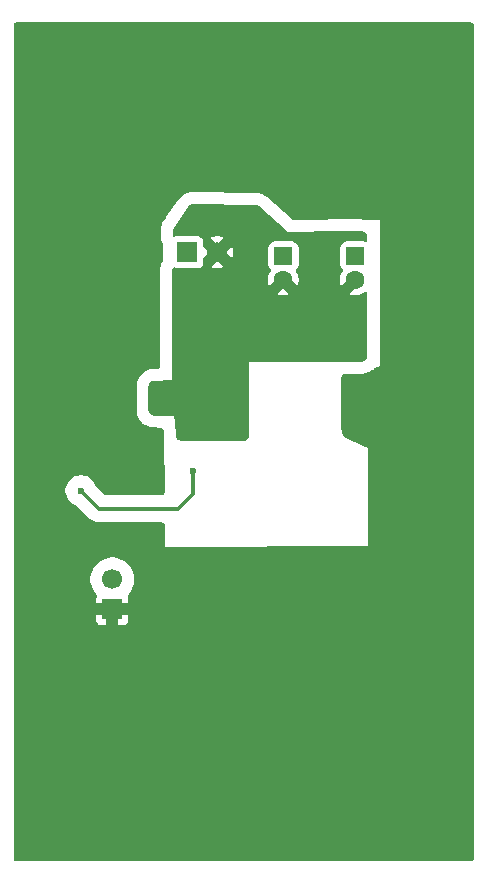
<source format=gbl>
%TF.GenerationSoftware,KiCad,Pcbnew,9.0.6*%
%TF.CreationDate,2025-11-23T20:43:56-05:00*%
%TF.ProjectId,5013-5v,35303133-2d35-4762-9e6b-696361645f70,rev?*%
%TF.SameCoordinates,Original*%
%TF.FileFunction,Copper,L2,Bot*%
%TF.FilePolarity,Positive*%
%FSLAX46Y46*%
G04 Gerber Fmt 4.6, Leading zero omitted, Abs format (unit mm)*
G04 Created by KiCad (PCBNEW 9.0.6) date 2025-11-23 20:43:56*
%MOMM*%
%LPD*%
G01*
G04 APERTURE LIST*
G04 Aperture macros list*
%AMRoundRect*
0 Rectangle with rounded corners*
0 $1 Rounding radius*
0 $2 $3 $4 $5 $6 $7 $8 $9 X,Y pos of 4 corners*
0 Add a 4 corners polygon primitive as box body*
4,1,4,$2,$3,$4,$5,$6,$7,$8,$9,$2,$3,0*
0 Add four circle primitives for the rounded corners*
1,1,$1+$1,$2,$3*
1,1,$1+$1,$4,$5*
1,1,$1+$1,$6,$7*
1,1,$1+$1,$8,$9*
0 Add four rect primitives between the rounded corners*
20,1,$1+$1,$2,$3,$4,$5,0*
20,1,$1+$1,$4,$5,$6,$7,0*
20,1,$1+$1,$6,$7,$8,$9,0*
20,1,$1+$1,$8,$9,$2,$3,0*%
G04 Aperture macros list end*
%TA.AperFunction,ComponentPad*%
%ADD10RoundRect,0.250000X-0.550000X0.550000X-0.550000X-0.550000X0.550000X-0.550000X0.550000X0.550000X0*%
%TD*%
%TA.AperFunction,ComponentPad*%
%ADD11C,1.600000*%
%TD*%
%TA.AperFunction,ComponentPad*%
%ADD12R,1.700000X1.700000*%
%TD*%
%TA.AperFunction,ComponentPad*%
%ADD13C,1.700000*%
%TD*%
%TA.AperFunction,ViaPad*%
%ADD14C,0.600000*%
%TD*%
%TA.AperFunction,Conductor*%
%ADD15C,0.325000*%
%TD*%
G04 APERTURE END LIST*
D10*
%TO.P,C9,1*%
%TO.N,/Vin*%
X143441000Y-82110388D03*
D11*
%TO.P,C9,2*%
%TO.N,GND1*%
X143441000Y-84110388D03*
%TD*%
D12*
%TO.P,Vin,1,Pin_1*%
%TO.N,/Vin*%
X129212000Y-81757500D03*
D13*
%TO.P,Vin,2,Pin_2*%
%TO.N,GND1*%
X131752000Y-81757500D03*
%TD*%
D12*
%TO.P,Vout,1,Pin_1*%
%TO.N,GND*%
X122867000Y-111983500D03*
D13*
%TO.P,Vout,2,Pin_2*%
%TO.N,/Vout*%
X122867000Y-109443500D03*
%TD*%
D10*
%TO.P,C8,1*%
%TO.N,/Vin*%
X137345000Y-82110387D03*
D11*
%TO.P,C8,2*%
%TO.N,GND1*%
X137345000Y-84110387D03*
%TD*%
D14*
%TO.N,GND*%
X126211000Y-85687500D03*
X126211000Y-89687500D03*
X124011000Y-94811500D03*
X133211000Y-76287500D03*
X124011000Y-93287500D03*
X144011000Y-78087500D03*
X126211000Y-79687500D03*
X126211000Y-80687500D03*
X143411000Y-115487500D03*
X126811000Y-115487500D03*
X143838000Y-94200000D03*
X143100000Y-95762000D03*
X139011000Y-78087500D03*
X126211000Y-78687500D03*
X147811000Y-112487500D03*
X124011000Y-95725500D03*
X133811000Y-115487500D03*
X130211000Y-76287500D03*
X140411000Y-115487500D03*
X123811000Y-115487500D03*
X132811000Y-115487500D03*
X147811000Y-107487500D03*
X126211000Y-84687500D03*
X147811000Y-105487500D03*
X132211000Y-76287500D03*
X126211000Y-90687500D03*
X126211000Y-82687500D03*
X131811000Y-115487500D03*
X147811000Y-111487500D03*
X124011000Y-94049500D03*
X126211000Y-77687500D03*
X147811000Y-108487500D03*
X145200000Y-92762000D03*
X128811000Y-115487500D03*
X124011000Y-96487500D03*
X126211000Y-88687500D03*
X142011000Y-78087500D03*
X147811000Y-100487500D03*
X143100000Y-95000000D03*
X141011000Y-78087500D03*
X131211000Y-76287500D03*
X125811000Y-115487500D03*
X129811000Y-115487500D03*
X134211000Y-76287500D03*
X147811000Y-109487500D03*
X147811000Y-102487500D03*
X138411000Y-115487500D03*
X143076000Y-94200000D03*
X147811000Y-110487500D03*
X145200000Y-92000000D03*
X135211000Y-76287500D03*
X129211000Y-76287500D03*
X127811000Y-115487500D03*
X144600000Y-94200000D03*
X121811000Y-115487500D03*
X142411000Y-115487500D03*
X124011000Y-97249500D03*
X122811000Y-115487500D03*
X126211000Y-86687500D03*
X143100000Y-96524000D03*
X137411000Y-115487500D03*
X126211000Y-87687500D03*
X141411000Y-115487500D03*
X139411000Y-115487500D03*
X126211000Y-81687500D03*
X143011000Y-78087500D03*
X147811000Y-106487500D03*
X147811000Y-104487500D03*
X147811000Y-103487500D03*
X147811000Y-101487500D03*
X140011000Y-78087500D03*
X124811000Y-115487500D03*
X130811000Y-115487500D03*
X147811000Y-99487500D03*
X120811000Y-115487500D03*
X138011000Y-78087500D03*
X145200000Y-93524000D03*
X126211000Y-83687500D03*
%TO.N,Net-(IC1-PGOOD)*%
X129725000Y-100299500D03*
X120200000Y-101935500D03*
%TO.N,GND1*%
X131190000Y-89300000D03*
X134050000Y-82530000D03*
X133662000Y-92552500D03*
X129211000Y-96849500D03*
X134200000Y-89740000D03*
X134200000Y-90375000D03*
X141712000Y-86202500D03*
X132200000Y-84043500D03*
X127460000Y-94380000D03*
X139765000Y-83780000D03*
X131190000Y-90100000D03*
X142000000Y-88470000D03*
X136378000Y-86202500D03*
X134200000Y-89105000D03*
X142000000Y-87835000D03*
X134050000Y-80906000D03*
X131190000Y-86176000D03*
X142000000Y-89105000D03*
X129211000Y-95198500D03*
X131376000Y-84043500D03*
X139025000Y-90405500D03*
X134600000Y-86202500D03*
X142000000Y-90375000D03*
X131190000Y-90870000D03*
X140400000Y-83780000D03*
X139934000Y-86202500D03*
X139045000Y-86202500D03*
X143435000Y-88400000D03*
X129211000Y-96087500D03*
X132900000Y-94838500D03*
X134200000Y-87200000D03*
X133662000Y-97124500D03*
X133662000Y-93568500D03*
X131190000Y-85376000D03*
X142000000Y-89740000D03*
X134050000Y-81706000D03*
X132900000Y-96616500D03*
X133662000Y-96235500D03*
X140823000Y-86202500D03*
X135489000Y-86202500D03*
X127460000Y-95050000D03*
X138156000Y-86202500D03*
X139914000Y-90405500D03*
X131811000Y-96849500D03*
X141035000Y-83780000D03*
X140803000Y-90405500D03*
X134200000Y-87835000D03*
X132900000Y-95727500D03*
X136358000Y-90405500D03*
X138136000Y-90405500D03*
X135469000Y-90405500D03*
X137267000Y-86202500D03*
X142800000Y-88400000D03*
X131190000Y-87000000D03*
X133662000Y-95346500D03*
X142000000Y-87200000D03*
X133000000Y-84043500D03*
X131811000Y-95198500D03*
X133662000Y-94457500D03*
X134200000Y-88470000D03*
X144070000Y-88400000D03*
X137247000Y-90405500D03*
X131811000Y-96087500D03*
%TD*%
D15*
%TO.N,Net-(IC1-PGOOD)*%
X129725000Y-102204500D02*
X129725000Y-100299500D01*
X128455000Y-103474500D02*
X129725000Y-102204500D01*
X120200000Y-101935500D02*
X121739000Y-103474500D01*
X121739000Y-103474500D02*
X128455000Y-103474500D01*
%TD*%
%TA.AperFunction,Conductor*%
%TO.N,GND*%
G36*
X153345788Y-62319454D02*
G01*
X153426570Y-62373430D01*
X153480546Y-62454212D01*
X153499500Y-62549500D01*
X153499500Y-133050500D01*
X153480546Y-133145788D01*
X153426570Y-133226570D01*
X153345788Y-133280546D01*
X153250500Y-133299500D01*
X114749500Y-133299500D01*
X114654212Y-133280546D01*
X114573430Y-133226570D01*
X114519454Y-133145788D01*
X114500500Y-133050500D01*
X114500500Y-112483501D01*
X121517000Y-112483501D01*
X121517000Y-112881332D01*
X121523401Y-112940871D01*
X121523403Y-112940878D01*
X121573646Y-113075587D01*
X121659810Y-113190687D01*
X121659812Y-113190689D01*
X121774912Y-113276853D01*
X121909621Y-113327096D01*
X121909628Y-113327098D01*
X121969167Y-113333499D01*
X121969175Y-113333500D01*
X122366999Y-113333500D01*
X122367000Y-113333499D01*
X122367000Y-112483501D01*
X123367000Y-112483501D01*
X123367000Y-113333499D01*
X123367001Y-113333500D01*
X123764825Y-113333500D01*
X123764832Y-113333499D01*
X123824371Y-113327098D01*
X123824378Y-113327096D01*
X123959087Y-113276853D01*
X124074187Y-113190689D01*
X124074189Y-113190687D01*
X124160353Y-113075587D01*
X124210596Y-112940878D01*
X124210598Y-112940871D01*
X124216999Y-112881332D01*
X124217000Y-112881325D01*
X124217000Y-112483501D01*
X124216999Y-112483500D01*
X123367001Y-112483500D01*
X123367000Y-112483501D01*
X122367000Y-112483501D01*
X122366999Y-112483500D01*
X121517001Y-112483500D01*
X121517000Y-112483501D01*
X114500500Y-112483501D01*
X114500500Y-109322212D01*
X121016500Y-109322212D01*
X121016500Y-109564787D01*
X121048162Y-109805290D01*
X121048163Y-109805295D01*
X121110940Y-110039582D01*
X121110948Y-110039605D01*
X121203770Y-110263701D01*
X121203778Y-110263717D01*
X121325058Y-110473779D01*
X121325064Y-110473789D01*
X121472729Y-110666231D01*
X121472733Y-110666235D01*
X121472733Y-110666236D01*
X121472738Y-110666241D01*
X121494250Y-110687753D01*
X121548226Y-110768535D01*
X121567180Y-110863823D01*
X121551481Y-110950837D01*
X121523404Y-111026115D01*
X121523401Y-111026128D01*
X121517000Y-111085667D01*
X121517000Y-111483499D01*
X121517001Y-111483500D01*
X122801174Y-111483500D01*
X122674007Y-111517575D01*
X122559993Y-111583401D01*
X122466901Y-111676493D01*
X122401075Y-111790507D01*
X122367000Y-111917674D01*
X122367000Y-112049326D01*
X122401075Y-112176493D01*
X122466901Y-112290507D01*
X122559993Y-112383599D01*
X122674007Y-112449425D01*
X122801174Y-112483500D01*
X122932826Y-112483500D01*
X123059993Y-112449425D01*
X123174007Y-112383599D01*
X123267099Y-112290507D01*
X123332925Y-112176493D01*
X123367000Y-112049326D01*
X123367000Y-111917674D01*
X123332925Y-111790507D01*
X123267099Y-111676493D01*
X123174007Y-111583401D01*
X123059993Y-111517575D01*
X122932826Y-111483500D01*
X124216999Y-111483500D01*
X124217000Y-111483499D01*
X124217000Y-111085675D01*
X124216999Y-111085667D01*
X124210598Y-111026128D01*
X124210596Y-111026120D01*
X124182518Y-110950840D01*
X124166977Y-110854936D01*
X124189319Y-110760385D01*
X124239750Y-110687752D01*
X124261265Y-110666238D01*
X124408936Y-110473789D01*
X124530224Y-110263712D01*
X124623054Y-110039600D01*
X124685838Y-109805289D01*
X124717500Y-109564788D01*
X124717500Y-109322212D01*
X124685838Y-109081711D01*
X124623054Y-108847400D01*
X124588242Y-108763358D01*
X124530229Y-108623298D01*
X124530221Y-108623282D01*
X124408941Y-108413220D01*
X124408935Y-108413210D01*
X124261270Y-108220768D01*
X124261261Y-108220758D01*
X124089741Y-108049238D01*
X124089731Y-108049229D01*
X123897289Y-107901564D01*
X123897279Y-107901558D01*
X123687217Y-107780278D01*
X123687201Y-107780270D01*
X123463105Y-107687448D01*
X123463103Y-107687447D01*
X123463100Y-107687446D01*
X123463096Y-107687445D01*
X123463082Y-107687440D01*
X123228795Y-107624663D01*
X123228790Y-107624662D01*
X122988288Y-107593000D01*
X122745712Y-107593000D01*
X122505209Y-107624662D01*
X122505204Y-107624663D01*
X122270917Y-107687440D01*
X122270894Y-107687448D01*
X122046798Y-107780270D01*
X122046782Y-107780278D01*
X121836720Y-107901558D01*
X121836710Y-107901564D01*
X121644268Y-108049229D01*
X121644258Y-108049238D01*
X121472738Y-108220758D01*
X121472729Y-108220768D01*
X121325064Y-108413210D01*
X121325058Y-108413220D01*
X121203778Y-108623282D01*
X121203770Y-108623298D01*
X121110948Y-108847394D01*
X121110940Y-108847417D01*
X121048163Y-109081704D01*
X121048162Y-109081709D01*
X121016500Y-109322212D01*
X114500500Y-109322212D01*
X114500500Y-101833138D01*
X118899500Y-101833138D01*
X118899500Y-102037861D01*
X118931522Y-102240031D01*
X118994778Y-102434714D01*
X118994782Y-102434724D01*
X119087711Y-102617107D01*
X119087713Y-102617110D01*
X119208034Y-102782719D01*
X119352781Y-102927466D01*
X119518390Y-103047787D01*
X119700781Y-103140720D01*
X119732374Y-103150985D01*
X119817138Y-103198455D01*
X119831497Y-103211727D01*
X120981357Y-104361587D01*
X120981360Y-104361589D01*
X120981362Y-104361591D01*
X121129450Y-104469184D01*
X121129452Y-104469185D01*
X121129455Y-104469187D01*
X121292563Y-104552294D01*
X121466664Y-104608864D01*
X121647470Y-104637500D01*
X121647474Y-104637500D01*
X127066244Y-104637500D01*
X127161532Y-104656454D01*
X127242314Y-104710430D01*
X127296290Y-104791212D01*
X127315236Y-104884508D01*
X127321302Y-105642828D01*
X127329999Y-106729999D01*
X127329999Y-106729998D01*
X127330000Y-106730000D01*
X128306834Y-106724876D01*
X128306841Y-106724876D01*
X128327232Y-106724769D01*
X128327235Y-106724770D01*
X143492839Y-106645230D01*
X143492839Y-106645229D01*
X143541999Y-106644972D01*
X143542028Y-106644971D01*
X144490000Y-106640000D01*
X144470000Y-98360000D01*
X143898243Y-98090233D01*
X143898240Y-98090231D01*
X142847456Y-97594449D01*
X142826818Y-97583499D01*
X142695771Y-97505884D01*
X142658019Y-97478441D01*
X142552568Y-97385499D01*
X142520598Y-97351490D01*
X142434345Y-97240500D01*
X142409286Y-97201125D01*
X142345258Y-97075983D01*
X142327986Y-97032622D01*
X142288437Y-96897730D01*
X142279564Y-96851922D01*
X142264738Y-96700308D01*
X142263559Y-96677002D01*
X142248585Y-92533721D01*
X142249639Y-92509916D01*
X142263934Y-92355198D01*
X142272823Y-92308447D01*
X142300553Y-92213313D01*
X142345416Y-92127140D01*
X142419842Y-92064692D01*
X142512501Y-92035479D01*
X142539603Y-92034000D01*
X143948861Y-92034000D01*
X143948874Y-92034000D01*
X144014652Y-92031846D01*
X144030836Y-92030785D01*
X144096308Y-92024336D01*
X144201474Y-92010490D01*
X144330467Y-91984831D01*
X144361734Y-91976453D01*
X144486278Y-91934176D01*
X144576705Y-91896720D01*
X144694671Y-91838546D01*
X144722704Y-91822361D01*
X144832061Y-91749290D01*
X144909711Y-91689707D01*
X145008597Y-91602987D01*
X145031487Y-91580097D01*
X145087425Y-91516310D01*
X145164501Y-91457168D01*
X145258346Y-91432021D01*
X145263982Y-91431716D01*
X145540000Y-91420000D01*
X145500000Y-79020000D01*
X144353111Y-79025965D01*
X144304860Y-79021500D01*
X144264192Y-79013690D01*
X144191408Y-78999713D01*
X144085635Y-78986533D01*
X144019825Y-78980521D01*
X144003552Y-78979573D01*
X143937468Y-78977899D01*
X138253236Y-79020892D01*
X138157807Y-79002659D01*
X138086326Y-78958358D01*
X135981598Y-77095552D01*
X135935638Y-77057252D01*
X135924050Y-77048166D01*
X135924045Y-77048162D01*
X135924037Y-77048156D01*
X135875879Y-77012655D01*
X135868055Y-77007239D01*
X135796524Y-76957723D01*
X135694347Y-76895640D01*
X135694345Y-76895639D01*
X135694332Y-76895631D01*
X135668306Y-76881866D01*
X135625919Y-76862581D01*
X135559463Y-76832345D01*
X135559442Y-76832336D01*
X135559443Y-76832336D01*
X135559440Y-76832335D01*
X135517873Y-76816333D01*
X135476305Y-76800331D01*
X135362329Y-76764076D01*
X135333811Y-76756842D01*
X135216353Y-76734379D01*
X135216354Y-76734379D01*
X135216346Y-76734377D01*
X135216341Y-76734377D01*
X135120618Y-76721916D01*
X135061167Y-76715967D01*
X135058974Y-76715813D01*
X135046471Y-76714936D01*
X134986640Y-76712527D01*
X129718553Y-76657460D01*
X129649505Y-76659569D01*
X129636188Y-76659976D01*
X129627191Y-76660620D01*
X129615941Y-76661426D01*
X129534063Y-76670676D01*
X129403111Y-76690935D01*
X129242996Y-76729347D01*
X129242966Y-76729355D01*
X129204566Y-76741971D01*
X129204557Y-76741974D01*
X129052843Y-76806010D01*
X128944542Y-76862581D01*
X128822431Y-76937915D01*
X128793797Y-76958538D01*
X128775224Y-76972241D01*
X128760659Y-76985769D01*
X128756746Y-76989326D01*
X128650000Y-77084322D01*
X128558551Y-77180240D01*
X128504215Y-77242121D01*
X128491431Y-77257942D01*
X128442322Y-77324094D01*
X127446392Y-78787355D01*
X127438619Y-78798145D01*
X127398992Y-78850161D01*
X127377046Y-78878969D01*
X127110000Y-79229498D01*
X127109999Y-79229501D01*
X127110273Y-79263681D01*
X127092666Y-79357661D01*
X127037071Y-79497499D01*
X127026232Y-79531889D01*
X127026225Y-79531917D01*
X126992442Y-79674727D01*
X126973682Y-79791542D01*
X126964691Y-79864457D01*
X126963135Y-79882477D01*
X126959495Y-79955785D01*
X126954587Y-80329863D01*
X126959577Y-80443957D01*
X126962400Y-80471943D01*
X126962401Y-80471948D01*
X127001373Y-80665378D01*
X127001374Y-80665380D01*
X127080308Y-80852893D01*
X127080312Y-80852901D01*
X127080318Y-80852913D01*
X127093674Y-80877374D01*
X127122702Y-80970091D01*
X127124120Y-80994707D01*
X127135778Y-82451832D01*
X127117587Y-82547269D01*
X127093831Y-82592147D01*
X127072186Y-82624544D01*
X127072186Y-82624545D01*
X126995534Y-82813001D01*
X126975892Y-82880052D01*
X126955793Y-82960955D01*
X126935343Y-83163369D01*
X126935343Y-83163381D01*
X126936746Y-85316135D01*
X126940685Y-91361514D01*
X126921793Y-91456814D01*
X126867869Y-91537631D01*
X126787123Y-91591660D01*
X126692914Y-91610673D01*
X126420678Y-91612016D01*
X126355235Y-91614472D01*
X126339110Y-91615604D01*
X126306422Y-91618975D01*
X126273741Y-91622345D01*
X126168959Y-91636624D01*
X126168949Y-91636625D01*
X126168931Y-91636629D01*
X126040486Y-91662758D01*
X126040483Y-91662759D01*
X126009348Y-91671239D01*
X126009337Y-91671242D01*
X126009336Y-91671243D01*
X125885380Y-91713862D01*
X125885374Y-91713864D01*
X125885355Y-91713871D01*
X125795407Y-91751518D01*
X125795369Y-91751535D01*
X125677997Y-91809925D01*
X125650127Y-91826137D01*
X125650110Y-91826148D01*
X125541299Y-91899337D01*
X125464045Y-91958970D01*
X125464035Y-91958978D01*
X125365693Y-92045688D01*
X125365684Y-92045697D01*
X125342952Y-92068542D01*
X125342935Y-92068561D01*
X125256728Y-92167313D01*
X125256721Y-92167321D01*
X125197473Y-92244864D01*
X125124835Y-92354013D01*
X125124815Y-92354045D01*
X125108758Y-92381964D01*
X125050942Y-92499630D01*
X125013703Y-92589845D01*
X124971684Y-92714046D01*
X124963361Y-92745213D01*
X124937860Y-92873831D01*
X124924104Y-92978656D01*
X124917692Y-93043962D01*
X124916639Y-93060086D01*
X124914500Y-93125657D01*
X124914500Y-95073042D01*
X124917422Y-95149656D01*
X124918860Y-95168478D01*
X124927600Y-95244567D01*
X124927603Y-95244586D01*
X124946338Y-95366512D01*
X124981068Y-95515703D01*
X124992376Y-95551626D01*
X125049355Y-95693794D01*
X125099604Y-95795874D01*
X125099610Y-95795886D01*
X125151542Y-95883780D01*
X125177510Y-95927732D01*
X125199081Y-95958603D01*
X125199088Y-95958611D01*
X125199088Y-95958612D01*
X125296110Y-96077100D01*
X125296118Y-96077109D01*
X125374697Y-96159395D01*
X125405661Y-96187227D01*
X125488624Y-96261799D01*
X125513222Y-96280730D01*
X125518476Y-96284774D01*
X125518477Y-96284774D01*
X125646614Y-96368672D01*
X125746268Y-96423563D01*
X125885665Y-96487026D01*
X125921035Y-96499977D01*
X125921048Y-96499980D01*
X125921049Y-96499981D01*
X126068419Y-96541525D01*
X126068435Y-96541528D01*
X126068451Y-96541533D01*
X126189386Y-96565862D01*
X126265041Y-96578102D01*
X126283788Y-96580406D01*
X126329144Y-96584232D01*
X126360149Y-96586849D01*
X126961058Y-96614541D01*
X127055372Y-96637861D01*
X127133583Y-96695499D01*
X127183784Y-96778680D01*
X127197359Y-96838494D01*
X127248920Y-97353977D01*
X127253196Y-97385166D01*
X127255495Y-97416993D01*
X127292644Y-102060508D01*
X127274453Y-102155945D01*
X127221124Y-102237155D01*
X127140777Y-102291776D01*
X127045644Y-102311492D01*
X127043652Y-102311500D01*
X122323870Y-102311500D01*
X122228582Y-102292546D01*
X122147800Y-102238570D01*
X121476227Y-101566997D01*
X121422251Y-101486215D01*
X121415490Y-101467891D01*
X121405220Y-101436281D01*
X121312287Y-101253890D01*
X121191966Y-101088281D01*
X121047219Y-100943534D01*
X120881610Y-100823213D01*
X120881609Y-100823212D01*
X120881607Y-100823211D01*
X120699224Y-100730282D01*
X120699214Y-100730278D01*
X120504531Y-100667022D01*
X120302361Y-100635000D01*
X120302352Y-100635000D01*
X120097648Y-100635000D01*
X120097638Y-100635000D01*
X119895468Y-100667022D01*
X119700785Y-100730278D01*
X119700775Y-100730282D01*
X119518392Y-100823211D01*
X119352779Y-100943535D01*
X119208035Y-101088279D01*
X119087711Y-101253892D01*
X118994782Y-101436275D01*
X118994778Y-101436285D01*
X118931522Y-101630968D01*
X118899500Y-101833138D01*
X114500500Y-101833138D01*
X114500500Y-62549500D01*
X114519454Y-62454212D01*
X114573430Y-62373430D01*
X114654212Y-62319454D01*
X114749500Y-62300500D01*
X153250500Y-62300500D01*
X153345788Y-62319454D01*
G37*
%TD.AperFunction*%
%TD*%
%TA.AperFunction,Conductor*%
%TO.N,GND1*%
G36*
X134976133Y-77717973D02*
G01*
X134990819Y-77719003D01*
X135086542Y-77731464D01*
X135115071Y-77738702D01*
X135198204Y-77770705D01*
X135224230Y-77784470D01*
X135303586Y-77839402D01*
X135315191Y-77848502D01*
X137780000Y-80030000D01*
X137963801Y-80028609D01*
X137963820Y-80028610D01*
X137971645Y-80028550D01*
X137971646Y-80028551D01*
X141920912Y-79998681D01*
X143945062Y-79983371D01*
X143961311Y-79984318D01*
X144067081Y-79997498D01*
X144098549Y-80005717D01*
X144189622Y-80042836D01*
X144217871Y-80058955D01*
X144296157Y-80118480D01*
X144319240Y-80141390D01*
X144379354Y-80219223D01*
X144395688Y-80247351D01*
X144433492Y-80338134D01*
X144441950Y-80369538D01*
X144455929Y-80475199D01*
X144457000Y-80491463D01*
X144457000Y-80752454D01*
X144437315Y-80819493D01*
X144384511Y-80865248D01*
X144315353Y-80875192D01*
X144293996Y-80870160D01*
X144255847Y-80857518D01*
X144143797Y-80820389D01*
X144143795Y-80820388D01*
X144041010Y-80809888D01*
X142840998Y-80809888D01*
X142840981Y-80809889D01*
X142738203Y-80820388D01*
X142738200Y-80820389D01*
X142571668Y-80875573D01*
X142571663Y-80875575D01*
X142422342Y-80967677D01*
X142298289Y-81091730D01*
X142206187Y-81241051D01*
X142206186Y-81241055D01*
X142151001Y-81407591D01*
X142151001Y-81407592D01*
X142151000Y-81407592D01*
X142140500Y-81510371D01*
X142140500Y-82710389D01*
X142140501Y-82710406D01*
X142151000Y-82813184D01*
X142151001Y-82813187D01*
X142163144Y-82849831D01*
X142206186Y-82979722D01*
X142298287Y-83129043D01*
X142298289Y-83129045D01*
X142367510Y-83198266D01*
X142400995Y-83259589D01*
X142396011Y-83329281D01*
X142380148Y-83358832D01*
X142329139Y-83429039D01*
X142236244Y-83611356D01*
X142173009Y-83805970D01*
X142141000Y-84008070D01*
X142141000Y-84212705D01*
X142173010Y-84414806D01*
X142173010Y-84414809D01*
X142235904Y-84608375D01*
X142999765Y-83844515D01*
X143061088Y-83811030D01*
X143130780Y-83816014D01*
X143154465Y-83831236D01*
X143120920Y-83864782D01*
X143068259Y-83955994D01*
X143041000Y-84057727D01*
X143041000Y-84163049D01*
X143068259Y-84264782D01*
X143120920Y-84355994D01*
X143195394Y-84430468D01*
X143286606Y-84483129D01*
X143388339Y-84510388D01*
X143493661Y-84510388D01*
X143595394Y-84483129D01*
X143686606Y-84430468D01*
X143718859Y-84398214D01*
X143740356Y-84437582D01*
X143735372Y-84507274D01*
X143706871Y-84551621D01*
X142943011Y-85315481D01*
X143136588Y-85378378D01*
X143338683Y-85410388D01*
X143543317Y-85410388D01*
X143745417Y-85378378D01*
X143940031Y-85315143D01*
X144122349Y-85222247D01*
X144260114Y-85122155D01*
X144325921Y-85098675D01*
X144393974Y-85114500D01*
X144442669Y-85164606D01*
X144457000Y-85222473D01*
X144457000Y-90520374D01*
X144455939Y-90536560D01*
X144442093Y-90641724D01*
X144433715Y-90672991D01*
X144396259Y-90763418D01*
X144380074Y-90791451D01*
X144320491Y-90869101D01*
X144297601Y-90891991D01*
X144219951Y-90951574D01*
X144191918Y-90967759D01*
X144101491Y-91005215D01*
X144070224Y-91013593D01*
X143976398Y-91025946D01*
X143965058Y-91027439D01*
X143948874Y-91028500D01*
X134424000Y-91028500D01*
X134424000Y-97247236D01*
X134422928Y-97263505D01*
X134408940Y-97369199D01*
X134400476Y-97400617D01*
X134362641Y-97491433D01*
X134346296Y-97519566D01*
X134286142Y-97597411D01*
X134263040Y-97620325D01*
X134184707Y-97679842D01*
X134156441Y-97695957D01*
X134065323Y-97733048D01*
X134033838Y-97741256D01*
X133928029Y-97754381D01*
X133911752Y-97755320D01*
X129678472Y-97720786D01*
X128752857Y-97713235D01*
X128734793Y-97711763D01*
X128716492Y-97708913D01*
X128617787Y-97693545D01*
X128583260Y-97682836D01*
X128484761Y-97635616D01*
X128454789Y-97615403D01*
X128374095Y-97541777D01*
X128351229Y-97513781D01*
X128295200Y-97420007D01*
X128281382Y-97386607D01*
X128252545Y-97271754D01*
X128249428Y-97253899D01*
X128248762Y-97247236D01*
X128132993Y-96089821D01*
X128132992Y-96089818D01*
X128090000Y-95660000D01*
X126406441Y-95582415D01*
X126387694Y-95580111D01*
X126266759Y-95555782D01*
X126231389Y-95542831D01*
X126131735Y-95487940D01*
X126101884Y-95464966D01*
X126023304Y-95382680D01*
X126001733Y-95351809D01*
X125951482Y-95249724D01*
X125940174Y-95213800D01*
X125921439Y-95091874D01*
X125920000Y-95073041D01*
X125920000Y-93125642D01*
X125921054Y-93109508D01*
X125921809Y-93103750D01*
X125934814Y-93004654D01*
X125943137Y-92973489D01*
X125980370Y-92883287D01*
X125996450Y-92855329D01*
X126055698Y-92777786D01*
X126078452Y-92754919D01*
X126155699Y-92695291D01*
X126183588Y-92679068D01*
X126273595Y-92641396D01*
X126304727Y-92632916D01*
X126409509Y-92618637D01*
X126425636Y-92617505D01*
X127947000Y-92610000D01*
X127946295Y-91528500D01*
X127942246Y-85315480D01*
X136847011Y-85315480D01*
X137040588Y-85378377D01*
X137242683Y-85410387D01*
X137447317Y-85410387D01*
X137649411Y-85378377D01*
X137842987Y-85315480D01*
X137345001Y-84817493D01*
X137345000Y-84817493D01*
X136847011Y-85315480D01*
X127942246Y-85315480D01*
X127940843Y-83162719D01*
X127960484Y-83095670D01*
X128013258Y-83049880D01*
X128082410Y-83039892D01*
X128110921Y-83049370D01*
X128111359Y-83048197D01*
X128254517Y-83101591D01*
X128254516Y-83101591D01*
X128261444Y-83102335D01*
X128314127Y-83108000D01*
X130109872Y-83107999D01*
X130169483Y-83101591D01*
X130304331Y-83051296D01*
X130372992Y-82999896D01*
X131216708Y-82999896D01*
X131233780Y-83008594D01*
X131435871Y-83074257D01*
X131645754Y-83107500D01*
X131858246Y-83107500D01*
X132068127Y-83074257D01*
X132068130Y-83074257D01*
X132270218Y-83008594D01*
X132270220Y-83008593D01*
X132287289Y-82999895D01*
X132287290Y-82999895D01*
X131752001Y-82464606D01*
X131752000Y-82464606D01*
X131216708Y-82999896D01*
X130372992Y-82999896D01*
X130419546Y-82965046D01*
X130505796Y-82849831D01*
X130556091Y-82714983D01*
X130562500Y-82655373D01*
X130562499Y-82291253D01*
X130582183Y-82224217D01*
X130598818Y-82203575D01*
X131044894Y-81757500D01*
X130979068Y-81691674D01*
X131252000Y-81691674D01*
X131252000Y-81823326D01*
X131286075Y-81950493D01*
X131351901Y-82064507D01*
X131444993Y-82157599D01*
X131559007Y-82223425D01*
X131686174Y-82257500D01*
X131817826Y-82257500D01*
X131944993Y-82223425D01*
X132059007Y-82157599D01*
X132152099Y-82064507D01*
X132217925Y-81950493D01*
X132252000Y-81823326D01*
X132252000Y-81757499D01*
X132459106Y-81757499D01*
X132459106Y-81757501D01*
X132994395Y-82292790D01*
X132994395Y-82292789D01*
X133003093Y-82275720D01*
X133003094Y-82275718D01*
X133068757Y-82073630D01*
X133068757Y-82073627D01*
X133102000Y-81863746D01*
X133102000Y-81651253D01*
X133082260Y-81526619D01*
X133079686Y-81510370D01*
X136044500Y-81510370D01*
X136044500Y-82710388D01*
X136044501Y-82710405D01*
X136055000Y-82813183D01*
X136055001Y-82813186D01*
X136110185Y-82979718D01*
X136110186Y-82979721D01*
X136189307Y-83107998D01*
X136202289Y-83129044D01*
X136271510Y-83198265D01*
X136304995Y-83259588D01*
X136300011Y-83329280D01*
X136284148Y-83358831D01*
X136233139Y-83429038D01*
X136140244Y-83611355D01*
X136077009Y-83805969D01*
X136045000Y-84008069D01*
X136045000Y-84212704D01*
X136077010Y-84414805D01*
X136077010Y-84414808D01*
X136139904Y-84608374D01*
X136903765Y-83844514D01*
X136965088Y-83811029D01*
X137034780Y-83816013D01*
X137058465Y-83831235D01*
X137024920Y-83864781D01*
X136972259Y-83955993D01*
X136945000Y-84057726D01*
X136945000Y-84163048D01*
X136972259Y-84264781D01*
X137024920Y-84355993D01*
X137099394Y-84430467D01*
X137190606Y-84483128D01*
X137292339Y-84510387D01*
X137397661Y-84510387D01*
X137499394Y-84483128D01*
X137590606Y-84430467D01*
X137665080Y-84355993D01*
X137717741Y-84264781D01*
X137745000Y-84163048D01*
X137745000Y-84057726D01*
X137717741Y-83955993D01*
X137665080Y-83864781D01*
X137632825Y-83832526D01*
X137672195Y-83811029D01*
X137741886Y-83816013D01*
X137786234Y-83844514D01*
X138550093Y-84608373D01*
X138612990Y-84414798D01*
X138645000Y-84212704D01*
X138645000Y-84008069D01*
X138612990Y-83805969D01*
X138549755Y-83611355D01*
X138456857Y-83429033D01*
X138405853Y-83358833D01*
X138382372Y-83293027D01*
X138398197Y-83224973D01*
X138418489Y-83198266D01*
X138429255Y-83187500D01*
X138487712Y-83129043D01*
X138579814Y-82979721D01*
X138634999Y-82813184D01*
X138645500Y-82710396D01*
X138645499Y-81510379D01*
X138634999Y-81407590D01*
X138579814Y-81241053D01*
X138487712Y-81091731D01*
X138363656Y-80967675D01*
X138270888Y-80910456D01*
X138214336Y-80875574D01*
X138214331Y-80875572D01*
X138212862Y-80875085D01*
X138047797Y-80820388D01*
X138047795Y-80820387D01*
X137945010Y-80809887D01*
X136744998Y-80809887D01*
X136744981Y-80809888D01*
X136642203Y-80820387D01*
X136642200Y-80820388D01*
X136475668Y-80875572D01*
X136475663Y-80875574D01*
X136326342Y-80967676D01*
X136202289Y-81091729D01*
X136110187Y-81241050D01*
X136110185Y-81241055D01*
X136086867Y-81311424D01*
X136055001Y-81407590D01*
X136055001Y-81407591D01*
X136055000Y-81407591D01*
X136044500Y-81510370D01*
X133079686Y-81510370D01*
X133068757Y-81441372D01*
X133068757Y-81441369D01*
X133003094Y-81239281D01*
X133003094Y-81239280D01*
X132994396Y-81222208D01*
X132459106Y-81757499D01*
X132252000Y-81757499D01*
X132252000Y-81691674D01*
X132217925Y-81564507D01*
X132152099Y-81450493D01*
X132059007Y-81357401D01*
X131944993Y-81291575D01*
X131817826Y-81257500D01*
X131686174Y-81257500D01*
X131559007Y-81291575D01*
X131444993Y-81357401D01*
X131351901Y-81450493D01*
X131286075Y-81564507D01*
X131252000Y-81691674D01*
X130979068Y-81691674D01*
X130598818Y-81311424D01*
X130565333Y-81250101D01*
X130562499Y-81223743D01*
X130562499Y-80859629D01*
X130562498Y-80859623D01*
X130556091Y-80800016D01*
X130505797Y-80665171D01*
X130505795Y-80665168D01*
X130481279Y-80632419D01*
X130419546Y-80549954D01*
X130372991Y-80515103D01*
X131216709Y-80515103D01*
X131752000Y-81050394D01*
X131752001Y-81050394D01*
X132287290Y-80515103D01*
X132287289Y-80515102D01*
X132270225Y-80506408D01*
X132270213Y-80506403D01*
X132068128Y-80440742D01*
X131858246Y-80407500D01*
X131645754Y-80407500D01*
X131435872Y-80440742D01*
X131435869Y-80440742D01*
X131233783Y-80506404D01*
X131216709Y-80515103D01*
X130372991Y-80515103D01*
X130372990Y-80515102D01*
X130304335Y-80463706D01*
X130304328Y-80463702D01*
X130169482Y-80413408D01*
X130169483Y-80413408D01*
X130109883Y-80407001D01*
X130109881Y-80407000D01*
X130109873Y-80407000D01*
X130109864Y-80407000D01*
X128314129Y-80407000D01*
X128314123Y-80407001D01*
X128254516Y-80413408D01*
X128127322Y-80460849D01*
X128057630Y-80465833D01*
X127996307Y-80432348D01*
X127962823Y-80371024D01*
X127960000Y-80343040D01*
X127964908Y-79968977D01*
X127966463Y-79950967D01*
X127985221Y-79834169D01*
X127996071Y-79799744D01*
X128047690Y-79693289D01*
X128056739Y-79677651D01*
X129273550Y-77889861D01*
X129286309Y-77874070D01*
X129377750Y-77778159D01*
X129380511Y-77776081D01*
X129381444Y-77774445D01*
X129410081Y-77753820D01*
X129518386Y-77697246D01*
X129556830Y-77684616D01*
X129687789Y-77664356D01*
X129708031Y-77662906D01*
X134976133Y-77717973D01*
G37*
%TD.AperFunction*%
%TD*%
M02*

</source>
